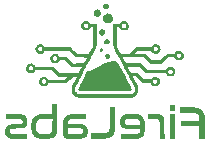
<source format=gbr>
%TF.GenerationSoftware,KiCad,Pcbnew,9.0.4*%
%TF.CreationDate,2025-09-14T05:25:08-04:00*%
%TF.ProjectId,HabitatCAN Dev Board (ESP32),48616269-7461-4744-9341-4e2044657620,3*%
%TF.SameCoordinates,Original*%
%TF.FileFunction,Legend,Bot*%
%TF.FilePolarity,Positive*%
%FSLAX46Y46*%
G04 Gerber Fmt 4.6, Leading zero omitted, Abs format (unit mm)*
G04 Created by KiCad (PCBNEW 9.0.4) date 2025-09-14 05:25:08*
%MOMM*%
%LPD*%
G01*
G04 APERTURE LIST*
%ADD10C,0.000000*%
G04 APERTURE END LIST*
D10*
%TO.C,G\u002A\u002A\u002A*%
G36*
X140329297Y-110805019D02*
G01*
X140329297Y-111048942D01*
X140121363Y-111048942D01*
X139913428Y-111048942D01*
X139913428Y-110805019D01*
X139913428Y-110561096D01*
X140121363Y-110561096D01*
X140329297Y-110561096D01*
X140329297Y-110805019D01*
G37*
G36*
X140329297Y-112376524D02*
G01*
X140329297Y-113408199D01*
X140121363Y-113408199D01*
X139913428Y-113408199D01*
X139913428Y-112376524D01*
X139913428Y-111344849D01*
X140121363Y-111344849D01*
X140329297Y-111344849D01*
X140329297Y-112376524D01*
G37*
G36*
X134091193Y-105764921D02*
G01*
X134136666Y-105779289D01*
X134169266Y-105800305D01*
X134195040Y-105832046D01*
X134211931Y-105875416D01*
X134216143Y-105909155D01*
X134208968Y-105952451D01*
X134189209Y-105992098D01*
X134158694Y-106024712D01*
X134119253Y-106046908D01*
X134074080Y-106055955D01*
X134030373Y-106050817D01*
X133991121Y-106032952D01*
X133958819Y-106004000D01*
X133935964Y-105965598D01*
X133925050Y-105919385D01*
X133925037Y-105919230D01*
X133928257Y-105872673D01*
X133944404Y-105832373D01*
X133971127Y-105799889D01*
X134006068Y-105776780D01*
X134046875Y-105764604D01*
X134091193Y-105764921D01*
G37*
G36*
X134590597Y-104977847D02*
G01*
X134641954Y-104997614D01*
X134689940Y-105031338D01*
X134726917Y-105073455D01*
X134752182Y-105122545D01*
X134764407Y-105174638D01*
X134764149Y-105227442D01*
X134751965Y-105278663D01*
X134728411Y-105326008D01*
X134694045Y-105367185D01*
X134649424Y-105399900D01*
X134595103Y-105421861D01*
X134576598Y-105426735D01*
X134551641Y-105432111D01*
X134531625Y-105433171D01*
X134509841Y-105429953D01*
X134479577Y-105422492D01*
X134470219Y-105419872D01*
X134414672Y-105395538D01*
X134369449Y-105359707D01*
X134335702Y-105313876D01*
X134314582Y-105259545D01*
X134307238Y-105198210D01*
X134311237Y-105154171D01*
X134328013Y-105101607D01*
X134355963Y-105056658D01*
X134393010Y-105020230D01*
X134437074Y-104993228D01*
X134486079Y-104976560D01*
X134537946Y-104971131D01*
X134590597Y-104977847D01*
G37*
G36*
X134702755Y-106230139D02*
G01*
X134748889Y-106255318D01*
X134786657Y-106291306D01*
X134814396Y-106336777D01*
X134830444Y-106390404D01*
X134833137Y-106450862D01*
X134830379Y-106474660D01*
X134814250Y-106529004D01*
X134785145Y-106574018D01*
X134743165Y-106609568D01*
X134688414Y-106635524D01*
X134670887Y-106641164D01*
X134633418Y-106648743D01*
X134597592Y-106647577D01*
X134555808Y-106637796D01*
X134531327Y-106628130D01*
X134489648Y-106601731D01*
X134452682Y-106566662D01*
X134425595Y-106527305D01*
X134420040Y-106515163D01*
X134407087Y-106465981D01*
X134405404Y-106412814D01*
X134415371Y-106361782D01*
X134417558Y-106355643D01*
X134440047Y-106313633D01*
X134472501Y-106275328D01*
X134510873Y-106244775D01*
X134551117Y-106226023D01*
X134592041Y-106217509D01*
X134649918Y-106217094D01*
X134702755Y-106230139D01*
G37*
G36*
X134515685Y-101979669D02*
G01*
X134572353Y-101997423D01*
X134575875Y-101999072D01*
X134627813Y-102031974D01*
X134668321Y-102074343D01*
X134696730Y-102123912D01*
X134712372Y-102178419D01*
X134714579Y-102235597D01*
X134702684Y-102293182D01*
X134676019Y-102348910D01*
X134653709Y-102378672D01*
X134608705Y-102417640D01*
X134552457Y-102445334D01*
X134502168Y-102456840D01*
X134444927Y-102455940D01*
X134389400Y-102441537D01*
X134338352Y-102414742D01*
X134294553Y-102376663D01*
X134260768Y-102328409D01*
X134257868Y-102322803D01*
X134248231Y-102301094D01*
X134242607Y-102279609D01*
X134239970Y-102252952D01*
X134239289Y-102215724D01*
X134239371Y-102196584D01*
X134240608Y-102166045D01*
X134244196Y-102143531D01*
X134251239Y-102123672D01*
X134262839Y-102101099D01*
X134266639Y-102094484D01*
X134303365Y-102047228D01*
X134349185Y-102011263D01*
X134401548Y-101987445D01*
X134457899Y-101976628D01*
X134515685Y-101979669D01*
G37*
G36*
X134172633Y-104147376D02*
G01*
X134233549Y-104166706D01*
X134246212Y-104172862D01*
X134298627Y-104208297D01*
X134340703Y-104253702D01*
X134371333Y-104306704D01*
X134389406Y-104364929D01*
X134393815Y-104426004D01*
X134383450Y-104487557D01*
X134362064Y-104541271D01*
X134327565Y-104591558D01*
X134281025Y-104632107D01*
X134221379Y-104664075D01*
X134200192Y-104672328D01*
X134175163Y-104678911D01*
X134147764Y-104681308D01*
X134111255Y-104680528D01*
X134076268Y-104677182D01*
X134013978Y-104660790D01*
X133960889Y-104631332D01*
X133916838Y-104588704D01*
X133881664Y-104532801D01*
X133876587Y-104522346D01*
X133865243Y-104496109D01*
X133858930Y-104473100D01*
X133856298Y-104446921D01*
X133855995Y-104411175D01*
X133859765Y-104357002D01*
X133871595Y-104310807D01*
X133893418Y-104269497D01*
X133927185Y-104228055D01*
X133940325Y-104214932D01*
X133991627Y-104177327D01*
X134049136Y-104153194D01*
X134110317Y-104143041D01*
X134172633Y-104147376D01*
G37*
G36*
X134718183Y-102822123D02*
G01*
X134790492Y-102846238D01*
X134858088Y-102883712D01*
X134918909Y-102934486D01*
X134937220Y-102954126D01*
X134984211Y-103018539D01*
X135017265Y-103087498D01*
X135036785Y-103159294D01*
X135043176Y-103232218D01*
X135036842Y-103304561D01*
X135018187Y-103374613D01*
X134987616Y-103440667D01*
X134945532Y-103501012D01*
X134892341Y-103553940D01*
X134828445Y-103597742D01*
X134754249Y-103630708D01*
X134740626Y-103635066D01*
X134663709Y-103650003D01*
X134584362Y-103650077D01*
X134505042Y-103635473D01*
X134428203Y-103606372D01*
X134415303Y-103599378D01*
X134378680Y-103573823D01*
X134339669Y-103540220D01*
X134302344Y-103502557D01*
X134270778Y-103464821D01*
X134249046Y-103431000D01*
X134218871Y-103355668D01*
X134202920Y-103276687D01*
X134201954Y-103197857D01*
X134215665Y-103120879D01*
X134243744Y-103047457D01*
X134285885Y-102979293D01*
X134341779Y-102918091D01*
X134358092Y-102903980D01*
X134423045Y-102860423D01*
X134493592Y-102830517D01*
X134567671Y-102814204D01*
X134643222Y-102811426D01*
X134718183Y-102822123D01*
G37*
G36*
X133769716Y-102463296D02*
G01*
X133832444Y-102477710D01*
X133889359Y-102505627D01*
X133943272Y-102548293D01*
X133984033Y-102595092D01*
X134015877Y-102651994D01*
X134034379Y-102712501D01*
X134039978Y-102774627D01*
X134033116Y-102836384D01*
X134014236Y-102895788D01*
X133983777Y-102950850D01*
X133942181Y-102999584D01*
X133889890Y-103040005D01*
X133827345Y-103070126D01*
X133800476Y-103077126D01*
X133763715Y-103080876D01*
X133715114Y-103081054D01*
X133709250Y-103080888D01*
X133671246Y-103078938D01*
X133643047Y-103075055D01*
X133619183Y-103068156D01*
X133594183Y-103057162D01*
X133581287Y-103050584D01*
X133525496Y-103013662D01*
X133481217Y-102967531D01*
X133445644Y-102909398D01*
X133432114Y-102881140D01*
X133422946Y-102857698D01*
X133417970Y-102835522D01*
X133415927Y-102808862D01*
X133415557Y-102771964D01*
X133415631Y-102757419D01*
X133416812Y-102722760D01*
X133420190Y-102696766D01*
X133426736Y-102673969D01*
X133437422Y-102648901D01*
X133454588Y-102616095D01*
X133496912Y-102558091D01*
X133548076Y-102513135D01*
X133607304Y-102481699D01*
X133673820Y-102464252D01*
X133746849Y-102461266D01*
X133769716Y-102463296D01*
G37*
G36*
X138531773Y-111344860D02*
G01*
X138633348Y-111344999D01*
X138720918Y-111345377D01*
X138795852Y-111346095D01*
X138859518Y-111347253D01*
X138913286Y-111348952D01*
X138958526Y-111351293D01*
X138996607Y-111354376D01*
X139028898Y-111358301D01*
X139056769Y-111363169D01*
X139081588Y-111369081D01*
X139104725Y-111376136D01*
X139127550Y-111384437D01*
X139151431Y-111394083D01*
X139174524Y-111404691D01*
X139237870Y-111445069D01*
X139292971Y-111497476D01*
X139337740Y-111559669D01*
X139370093Y-111629405D01*
X139372575Y-111636480D01*
X139378988Y-111654824D01*
X139384673Y-111671872D01*
X139389677Y-111688643D01*
X139394048Y-111706154D01*
X139397833Y-111725420D01*
X139401080Y-111747460D01*
X139403836Y-111773290D01*
X139406148Y-111803927D01*
X139408064Y-111840389D01*
X139409633Y-111883692D01*
X139410900Y-111934854D01*
X139411913Y-111994891D01*
X139412721Y-112064821D01*
X139413370Y-112145660D01*
X139413908Y-112238426D01*
X139414383Y-112344136D01*
X139414841Y-112463806D01*
X139415331Y-112598454D01*
X139418294Y-113408199D01*
X139210203Y-113408199D01*
X139002113Y-113408199D01*
X138999728Y-112662434D01*
X138999362Y-112554309D01*
X138998902Y-112437990D01*
X138998405Y-112335938D01*
X138997855Y-112247206D01*
X138997235Y-112170850D01*
X138996526Y-112105925D01*
X138995713Y-112051486D01*
X138994777Y-112006590D01*
X138993703Y-111970290D01*
X138992472Y-111941643D01*
X138991068Y-111919703D01*
X138989473Y-111903525D01*
X138987671Y-111892166D01*
X138985644Y-111884679D01*
X138975045Y-111864182D01*
X138956178Y-111837289D01*
X138933847Y-111811455D01*
X138929803Y-111807296D01*
X138916394Y-111793816D01*
X138903616Y-111782426D01*
X138890084Y-111772949D01*
X138874411Y-111765211D01*
X138855213Y-111759034D01*
X138831104Y-111754243D01*
X138800698Y-111750661D01*
X138762611Y-111748114D01*
X138715455Y-111746424D01*
X138657847Y-111745416D01*
X138588401Y-111744914D01*
X138505730Y-111744741D01*
X138408450Y-111744723D01*
X138010028Y-111744723D01*
X138010028Y-111544786D01*
X138010028Y-111344849D01*
X138480831Y-111344849D01*
X138531773Y-111344860D01*
G37*
G36*
X141370846Y-110769187D02*
G01*
X141484933Y-110769252D01*
X141593441Y-110769436D01*
X141688339Y-110769794D01*
X141770863Y-110770383D01*
X141842250Y-110771263D01*
X141903734Y-110772489D01*
X141956554Y-110774121D01*
X142001944Y-110776216D01*
X142041141Y-110778833D01*
X142075381Y-110782028D01*
X142105901Y-110785859D01*
X142133936Y-110790386D01*
X142160723Y-110795664D01*
X142187498Y-110801753D01*
X142215497Y-110808710D01*
X142286736Y-110829506D01*
X142394082Y-110872443D01*
X142489830Y-110926393D01*
X142573970Y-110991347D01*
X142646494Y-111067294D01*
X142707391Y-111154224D01*
X142756654Y-111252126D01*
X142794271Y-111360990D01*
X142820235Y-111480806D01*
X142821343Y-111488264D01*
X142823132Y-111503456D01*
X142824724Y-111522048D01*
X142826130Y-111544940D01*
X142827361Y-111573031D01*
X142828427Y-111607222D01*
X142829340Y-111648411D01*
X142830111Y-111697498D01*
X142830750Y-111755384D01*
X142831270Y-111822967D01*
X142831680Y-111901147D01*
X142831992Y-111990823D01*
X142832216Y-112092897D01*
X142832365Y-112208266D01*
X142832448Y-112337831D01*
X142832476Y-112482491D01*
X142832509Y-113408199D01*
X142604580Y-113408199D01*
X142376652Y-113408199D01*
X142376652Y-112888402D01*
X142376652Y-112368604D01*
X141578903Y-112366566D01*
X140781155Y-112364528D01*
X140779027Y-112146597D01*
X140776899Y-111928665D01*
X141577743Y-111928665D01*
X142378587Y-111928665D01*
X142374552Y-111754720D01*
X142374549Y-111754570D01*
X142372551Y-111686251D01*
X142369984Y-111631946D01*
X142366693Y-111589682D01*
X142362525Y-111557487D01*
X142357327Y-111533389D01*
X142349134Y-111507103D01*
X142317292Y-111437653D01*
X142273207Y-111378056D01*
X142216600Y-111328045D01*
X142147188Y-111287355D01*
X142064694Y-111255719D01*
X142062676Y-111255104D01*
X142051565Y-111251813D01*
X142040575Y-111248949D01*
X142028554Y-111246473D01*
X142014353Y-111244347D01*
X141996820Y-111242533D01*
X141974803Y-111240994D01*
X141947152Y-111239690D01*
X141912715Y-111238583D01*
X141870341Y-111237636D01*
X141818879Y-111236810D01*
X141757179Y-111236067D01*
X141684088Y-111235369D01*
X141598456Y-111234677D01*
X141499132Y-111233954D01*
X141384965Y-111233160D01*
X140765160Y-111228886D01*
X140763038Y-110998958D01*
X140760916Y-110769030D01*
X141370846Y-110769187D01*
G37*
G36*
X135232701Y-111714733D02*
G01*
X135232461Y-111795008D01*
X135232047Y-111929521D01*
X135231648Y-112049462D01*
X135231247Y-112155748D01*
X135230826Y-112249301D01*
X135230367Y-112331037D01*
X135229852Y-112401876D01*
X135229263Y-112462737D01*
X135228582Y-112514538D01*
X135227791Y-112558199D01*
X135226872Y-112594637D01*
X135225808Y-112624773D01*
X135224580Y-112649524D01*
X135223171Y-112669809D01*
X135221562Y-112686548D01*
X135219736Y-112700659D01*
X135217675Y-112713060D01*
X135215361Y-112724671D01*
X135212775Y-112736411D01*
X135208571Y-112754966D01*
X135198152Y-112799145D01*
X135189002Y-112833873D01*
X135179732Y-112863764D01*
X135168954Y-112893434D01*
X135155278Y-112927498D01*
X135145928Y-112948921D01*
X135101265Y-113030443D01*
X135044855Y-113108417D01*
X134979954Y-113178735D01*
X134909816Y-113237289D01*
X134873714Y-113261264D01*
X134789079Y-113306432D01*
X134693623Y-113344584D01*
X134590192Y-113374668D01*
X134481630Y-113395631D01*
X134469888Y-113397104D01*
X134446935Y-113399116D01*
X134416980Y-113400862D01*
X134379023Y-113402359D01*
X134332066Y-113403626D01*
X134275108Y-113404678D01*
X134207151Y-113405534D01*
X134127196Y-113406211D01*
X134034244Y-113406726D01*
X133927296Y-113407097D01*
X133805352Y-113407340D01*
X133203541Y-113408199D01*
X133203541Y-113180271D01*
X133203541Y-112952343D01*
X133713381Y-112952213D01*
X133804004Y-112952138D01*
X133912788Y-112951854D01*
X134007728Y-112951309D01*
X134090056Y-112950452D01*
X134161004Y-112949229D01*
X134221806Y-112947587D01*
X134273693Y-112945475D01*
X134317899Y-112942838D01*
X134355655Y-112939625D01*
X134388196Y-112935783D01*
X134416752Y-112931258D01*
X134442558Y-112925998D01*
X134466844Y-112919950D01*
X134508574Y-112906512D01*
X134577286Y-112873919D01*
X134637546Y-112831540D01*
X134687059Y-112781122D01*
X134723530Y-112724415D01*
X134726685Y-112718028D01*
X134733427Y-112704254D01*
X134739444Y-112691090D01*
X134744778Y-112677614D01*
X134749470Y-112662903D01*
X134753561Y-112646034D01*
X134757093Y-112626086D01*
X134760107Y-112602135D01*
X134762644Y-112573259D01*
X134764746Y-112538536D01*
X134766454Y-112497043D01*
X134767809Y-112447858D01*
X134768852Y-112390057D01*
X134769626Y-112322720D01*
X134770170Y-112244922D01*
X134770528Y-112155742D01*
X134770739Y-112054257D01*
X134770845Y-111939545D01*
X134770888Y-111810683D01*
X134770909Y-111666748D01*
X134771048Y-110769030D01*
X135003283Y-110769030D01*
X135235518Y-110769030D01*
X135232701Y-111714733D01*
G37*
G36*
X135140721Y-106857918D02*
G01*
X135202703Y-106860678D01*
X135263394Y-106866079D01*
X135328369Y-106874637D01*
X135403205Y-106886867D01*
X135431552Y-106891812D01*
X136030266Y-108015550D01*
X136038824Y-108031614D01*
X136117786Y-108179801D01*
X136189609Y-108314604D01*
X136254618Y-108436698D01*
X136313142Y-108546757D01*
X136365505Y-108645456D01*
X136412035Y-108733471D01*
X136453057Y-108811475D01*
X136488898Y-108880143D01*
X136519885Y-108940150D01*
X136546343Y-108992171D01*
X136568598Y-109036881D01*
X136586979Y-109074953D01*
X136601809Y-109107063D01*
X136613417Y-109133886D01*
X136622127Y-109156096D01*
X136628268Y-109174368D01*
X136632164Y-109189376D01*
X136634142Y-109201795D01*
X136634529Y-109212301D01*
X136633651Y-109221567D01*
X136631833Y-109230268D01*
X136629404Y-109239079D01*
X136626688Y-109248675D01*
X136626404Y-109249704D01*
X136610325Y-109284216D01*
X136583853Y-109318387D01*
X136551680Y-109347151D01*
X136518497Y-109365444D01*
X136515855Y-109366161D01*
X136508626Y-109367297D01*
X136497416Y-109368351D01*
X136481677Y-109369327D01*
X136460865Y-109370227D01*
X136434434Y-109371056D01*
X136401836Y-109371815D01*
X136362527Y-109372507D01*
X136315959Y-109373136D01*
X136261588Y-109373705D01*
X136198866Y-109374216D01*
X136127249Y-109374672D01*
X136046189Y-109375076D01*
X135955141Y-109375431D01*
X135853559Y-109375741D01*
X135740896Y-109376007D01*
X135616607Y-109376234D01*
X135480145Y-109376423D01*
X135330965Y-109376578D01*
X135168520Y-109376702D01*
X134992264Y-109376797D01*
X134801652Y-109376867D01*
X134596136Y-109376914D01*
X134375172Y-109376942D01*
X134164650Y-109376957D01*
X133962125Y-109376962D01*
X133774462Y-109376953D01*
X133601086Y-109376927D01*
X133441420Y-109376880D01*
X133294888Y-109376806D01*
X133160914Y-109376704D01*
X133038924Y-109376568D01*
X132928340Y-109376396D01*
X132828587Y-109376182D01*
X132739089Y-109375924D01*
X132659269Y-109375617D01*
X132588553Y-109375257D01*
X132526364Y-109374842D01*
X132472127Y-109374366D01*
X132425265Y-109373826D01*
X132385202Y-109373218D01*
X132351363Y-109372538D01*
X132323171Y-109371782D01*
X132300052Y-109370947D01*
X132281428Y-109370028D01*
X132266724Y-109369022D01*
X132255364Y-109367925D01*
X132246772Y-109366733D01*
X132240373Y-109365442D01*
X132235590Y-109364049D01*
X132231847Y-109362548D01*
X132209452Y-109349500D01*
X132176799Y-109321371D01*
X132149297Y-109287613D01*
X132131928Y-109253657D01*
X132130474Y-109249292D01*
X132126793Y-109238041D01*
X132123925Y-109227328D01*
X132122264Y-109216292D01*
X132122203Y-109204069D01*
X132124134Y-109189796D01*
X132128452Y-109172611D01*
X132135549Y-109151650D01*
X132145819Y-109126052D01*
X132159655Y-109094953D01*
X132177450Y-109057491D01*
X132199597Y-109012802D01*
X132226490Y-108960025D01*
X132258522Y-108898295D01*
X132296086Y-108826751D01*
X132339575Y-108744529D01*
X132389383Y-108650768D01*
X132445902Y-108544603D01*
X132509527Y-108425173D01*
X132890013Y-107710922D01*
X133011955Y-107680635D01*
X133048819Y-107671227D01*
X133252600Y-107609959D01*
X133450702Y-107534607D01*
X133641533Y-107445831D01*
X133823501Y-107344290D01*
X133851683Y-107326736D01*
X133890866Y-107301682D01*
X133936259Y-107272192D01*
X133984264Y-107240604D01*
X134031281Y-107209258D01*
X134034888Y-107206838D01*
X134186385Y-107112271D01*
X134335765Y-107033090D01*
X134483944Y-106968989D01*
X134631836Y-106919663D01*
X134780357Y-106884805D01*
X134930423Y-106864107D01*
X135082949Y-106857265D01*
X135140721Y-106857918D01*
G37*
G36*
X130348230Y-111784836D02*
G01*
X130347945Y-111934714D01*
X130347534Y-112072026D01*
X130346998Y-112196391D01*
X130346340Y-112307428D01*
X130345563Y-112404756D01*
X130344671Y-112487995D01*
X130343665Y-112556763D01*
X130342548Y-112610678D01*
X130341324Y-112649362D01*
X130339995Y-112672431D01*
X130332942Y-112735668D01*
X130310940Y-112857640D01*
X130278925Y-112967197D01*
X130236813Y-113064446D01*
X130184520Y-113149493D01*
X130121962Y-113222444D01*
X130049053Y-113283407D01*
X129965709Y-113332488D01*
X129871847Y-113369793D01*
X129767381Y-113395429D01*
X129750266Y-113397492D01*
X129716508Y-113399770D01*
X129670402Y-113401788D01*
X129613946Y-113403537D01*
X129549141Y-113405007D01*
X129477985Y-113406187D01*
X129402478Y-113407069D01*
X129324617Y-113407642D01*
X129246402Y-113407896D01*
X129169833Y-113407822D01*
X129096908Y-113407409D01*
X129029626Y-113406648D01*
X128969986Y-113405528D01*
X128919987Y-113404041D01*
X128881629Y-113402176D01*
X128856910Y-113399923D01*
X128745675Y-113377899D01*
X128637264Y-113342366D01*
X128538726Y-113294336D01*
X128450154Y-113233854D01*
X128371643Y-113160968D01*
X128347857Y-113134124D01*
X128285411Y-113048980D01*
X128233299Y-112953377D01*
X128191252Y-112846667D01*
X128158999Y-112728204D01*
X128136271Y-112597342D01*
X128131605Y-112550690D01*
X128128166Y-112487774D01*
X128126586Y-112417568D01*
X128126708Y-112376524D01*
X128545929Y-112376524D01*
X128545957Y-112401223D01*
X128546386Y-112457358D01*
X128547499Y-112501912D01*
X128549516Y-112538091D01*
X128552658Y-112569102D01*
X128557144Y-112598151D01*
X128563194Y-112628445D01*
X128567339Y-112646641D01*
X128594377Y-112733656D01*
X128630884Y-112808020D01*
X128677326Y-112870263D01*
X128734167Y-112920911D01*
X128801872Y-112960491D01*
X128880903Y-112989532D01*
X128892564Y-112992462D01*
X128909309Y-112995517D01*
X128930170Y-112998000D01*
X128956843Y-112999985D01*
X128991025Y-113001546D01*
X129034414Y-113002756D01*
X129088707Y-113003690D01*
X129155600Y-113004421D01*
X129236791Y-113005024D01*
X129244276Y-113005069D01*
X129314405Y-113005309D01*
X129380763Y-113005214D01*
X129441312Y-113004812D01*
X129494016Y-113004127D01*
X129536836Y-113003186D01*
X129567737Y-113002014D01*
X129584681Y-113000637D01*
X129592574Y-112999344D01*
X129671814Y-112980611D01*
X129738595Y-112952944D01*
X129794174Y-112915512D01*
X129839812Y-112867487D01*
X129876767Y-112808036D01*
X129882041Y-112797518D01*
X129891411Y-112777972D01*
X129899391Y-112759098D01*
X129906104Y-112739507D01*
X129911672Y-112717809D01*
X129916217Y-112692616D01*
X129919861Y-112662538D01*
X129922727Y-112626188D01*
X129924938Y-112582176D01*
X129926614Y-112529113D01*
X129927879Y-112465611D01*
X129928855Y-112390281D01*
X129929665Y-112301734D01*
X129930429Y-112198580D01*
X129933634Y-111744723D01*
X129447256Y-111744862D01*
X129437124Y-111744865D01*
X129331369Y-111744932D01*
X129240149Y-111745134D01*
X129162122Y-111745576D01*
X129095946Y-111746363D01*
X129040281Y-111747600D01*
X128993784Y-111749393D01*
X128955115Y-111751847D01*
X128922932Y-111755068D01*
X128895893Y-111759160D01*
X128872658Y-111764229D01*
X128851884Y-111770380D01*
X128832230Y-111777719D01*
X128812355Y-111786351D01*
X128790918Y-111796380D01*
X128787341Y-111798103D01*
X128723669Y-111837960D01*
X128669282Y-111890736D01*
X128624316Y-111956233D01*
X128588907Y-112034255D01*
X128563194Y-112124604D01*
X128560727Y-112136316D01*
X128555290Y-112165767D01*
X128551334Y-112195177D01*
X128548639Y-112227750D01*
X128546987Y-112266695D01*
X128546157Y-112315218D01*
X128545929Y-112376524D01*
X128126708Y-112376524D01*
X128126804Y-112343941D01*
X128128756Y-112270763D01*
X128132381Y-112201903D01*
X128137616Y-112141230D01*
X128144399Y-112092614D01*
X128159186Y-112021432D01*
X128194582Y-111898289D01*
X128240194Y-111787441D01*
X128296014Y-111688894D01*
X128362035Y-111602657D01*
X128438249Y-111528739D01*
X128524648Y-111467145D01*
X128621225Y-111417886D01*
X128727972Y-111380969D01*
X128844881Y-111356402D01*
X128847489Y-111356019D01*
X128867891Y-111353593D01*
X128893408Y-111351522D01*
X128925248Y-111349784D01*
X128964620Y-111348353D01*
X129012734Y-111347206D01*
X129070798Y-111346320D01*
X129140020Y-111345669D01*
X129221611Y-111345231D01*
X129316778Y-111344982D01*
X129426731Y-111344896D01*
X129932572Y-111344849D01*
X129932572Y-110896990D01*
X129932572Y-110449131D01*
X130140506Y-110449131D01*
X130348441Y-110449131D01*
X130348413Y-111514796D01*
X130348384Y-111622773D01*
X130348268Y-111744723D01*
X130348230Y-111784836D01*
G37*
G36*
X126619615Y-111344896D02*
G01*
X126670642Y-111344904D01*
X126792387Y-111344997D01*
X126899744Y-111345270D01*
X126993872Y-111345823D01*
X127075931Y-111346755D01*
X127147081Y-111348165D01*
X127208480Y-111350151D01*
X127261289Y-111352812D01*
X127306667Y-111356248D01*
X127345774Y-111360556D01*
X127379769Y-111365836D01*
X127409811Y-111372187D01*
X127437061Y-111379707D01*
X127462678Y-111388495D01*
X127487821Y-111398651D01*
X127513650Y-111410272D01*
X127541325Y-111423459D01*
X127571785Y-111440292D01*
X127624338Y-111478304D01*
X127673791Y-111524413D01*
X127716017Y-111574579D01*
X127746889Y-111624761D01*
X127747076Y-111625143D01*
X127769135Y-111673834D01*
X127785512Y-111719241D01*
X127796953Y-111765195D01*
X127804202Y-111815528D01*
X127808005Y-111874073D01*
X127809107Y-111944660D01*
X127808876Y-111996453D01*
X127807946Y-112038078D01*
X127806009Y-112070493D01*
X127802757Y-112097157D01*
X127797881Y-112121529D01*
X127791073Y-112147071D01*
X127788254Y-112156609D01*
X127756508Y-112240962D01*
X127715453Y-112313331D01*
X127664050Y-112374767D01*
X127601259Y-112426318D01*
X127526042Y-112469032D01*
X127437358Y-112503958D01*
X127430103Y-112506313D01*
X127401426Y-112515036D01*
X127373030Y-112522437D01*
X127343287Y-112528651D01*
X127310569Y-112533814D01*
X127273249Y-112538062D01*
X127229699Y-112541531D01*
X127178292Y-112544355D01*
X127117400Y-112546670D01*
X127045395Y-112548612D01*
X126960651Y-112550317D01*
X126861539Y-112551919D01*
X126817199Y-112552603D01*
X126729389Y-112554129D01*
X126655940Y-112555691D01*
X126595724Y-112557336D01*
X126547613Y-112559109D01*
X126510481Y-112561055D01*
X126483197Y-112563220D01*
X126464635Y-112565650D01*
X126453667Y-112568390D01*
X126417715Y-112585263D01*
X126375805Y-112617097D01*
X126345012Y-112658782D01*
X126336036Y-112676031D01*
X126328606Y-112694833D01*
X126324383Y-112715316D01*
X126322462Y-112742247D01*
X126321936Y-112780397D01*
X126321954Y-112796189D01*
X126322927Y-112831313D01*
X126325849Y-112856919D01*
X126331464Y-112877757D01*
X126340522Y-112898577D01*
X126362341Y-112932812D01*
X126397930Y-112965114D01*
X126446219Y-112990119D01*
X126448585Y-112991023D01*
X126456366Y-112993464D01*
X126466213Y-112995598D01*
X126479195Y-112997450D01*
X126496385Y-112999047D01*
X126518855Y-113000414D01*
X126547675Y-113001576D01*
X126583917Y-113002559D01*
X126628653Y-113003389D01*
X126682955Y-113004091D01*
X126747894Y-113004690D01*
X126824542Y-113005213D01*
X126913970Y-113005685D01*
X127017250Y-113006132D01*
X127135453Y-113006579D01*
X127789247Y-113008942D01*
X127789247Y-113208866D01*
X127789247Y-113408790D01*
X127103463Y-113406363D01*
X126417679Y-113403936D01*
X126339913Y-113382589D01*
X126297380Y-113369667D01*
X126207160Y-113332313D01*
X126129206Y-113284723D01*
X126063427Y-113226810D01*
X126009733Y-113158484D01*
X125968033Y-113079657D01*
X125938237Y-112990240D01*
X125934525Y-112974915D01*
X125917527Y-112875876D01*
X125912249Y-112777687D01*
X125918425Y-112682612D01*
X125935790Y-112592910D01*
X125964079Y-112510845D01*
X126003024Y-112438677D01*
X126003744Y-112437598D01*
X126052937Y-112376937D01*
X126113354Y-112325748D01*
X126185984Y-112283335D01*
X126271816Y-112249001D01*
X126297650Y-112240721D01*
X126324119Y-112233002D01*
X126350401Y-112226515D01*
X126378116Y-112221123D01*
X126408880Y-112216694D01*
X126444312Y-112213093D01*
X126486030Y-112210184D01*
X126535652Y-112207835D01*
X126594797Y-112205909D01*
X126665081Y-112204274D01*
X126748124Y-112202794D01*
X126845544Y-112201335D01*
X126918882Y-112200282D01*
X126997034Y-112199092D01*
X127061838Y-112197967D01*
X127114765Y-112196828D01*
X127157281Y-112195596D01*
X127190857Y-112194194D01*
X127216960Y-112192543D01*
X127237058Y-112190564D01*
X127252621Y-112188180D01*
X127265118Y-112185312D01*
X127276015Y-112181881D01*
X127286783Y-112177811D01*
X127304734Y-112169699D01*
X127346760Y-112141143D01*
X127378755Y-112104596D01*
X127397797Y-112063076D01*
X127398808Y-112058838D01*
X127402523Y-112031192D01*
X127404344Y-111994980D01*
X127403926Y-111956261D01*
X127403724Y-111951765D01*
X127401242Y-111915247D01*
X127397002Y-111888909D01*
X127389786Y-111867476D01*
X127378375Y-111845675D01*
X127374274Y-111839055D01*
X127340344Y-111800735D01*
X127295784Y-111771285D01*
X127244237Y-111753215D01*
X127236525Y-111752145D01*
X127210504Y-111750428D01*
X127168813Y-111748931D01*
X127111661Y-111747656D01*
X127039254Y-111746608D01*
X126951800Y-111745787D01*
X126849506Y-111745198D01*
X126732579Y-111744842D01*
X126601227Y-111744723D01*
X125997811Y-111744723D01*
X125997811Y-111544786D01*
X125997811Y-111344849D01*
X126619615Y-111344896D01*
G37*
G36*
X132928456Y-112767776D02*
G01*
X132924554Y-112864163D01*
X132910550Y-112957774D01*
X132887019Y-113044991D01*
X132854537Y-113122199D01*
X132851209Y-113128452D01*
X132813861Y-113184658D01*
X132765854Y-113238512D01*
X132711650Y-113285544D01*
X132655714Y-113321285D01*
X132611628Y-113342493D01*
X132563370Y-113361483D01*
X132511368Y-113377120D01*
X132451539Y-113390614D01*
X132379801Y-113403177D01*
X132378443Y-113403307D01*
X132363518Y-113403776D01*
X132334184Y-113404191D01*
X132291700Y-113404547D01*
X132237328Y-113404841D01*
X132172327Y-113405069D01*
X132097958Y-113405227D01*
X132015481Y-113405312D01*
X131926156Y-113405319D01*
X131831244Y-113405246D01*
X131732005Y-113405088D01*
X131708298Y-113405041D01*
X131595664Y-113404788D01*
X131497694Y-113404507D01*
X131413274Y-113404169D01*
X131341289Y-113403749D01*
X131280624Y-113403221D01*
X131230167Y-113402559D01*
X131188801Y-113401736D01*
X131155413Y-113400725D01*
X131128889Y-113399501D01*
X131108113Y-113398038D01*
X131091973Y-113396309D01*
X131079353Y-113394287D01*
X131069139Y-113391948D01*
X131060216Y-113389263D01*
X131009927Y-113369906D01*
X130958330Y-113340892D01*
X130918584Y-113305068D01*
X130888548Y-113260400D01*
X130866080Y-113204854D01*
X130864659Y-113200322D01*
X130861601Y-113190098D01*
X130858950Y-113179673D01*
X130856676Y-113167917D01*
X130854751Y-113153703D01*
X130853145Y-113135903D01*
X130851830Y-113113388D01*
X130850776Y-113085031D01*
X130849955Y-113049704D01*
X130849338Y-113006278D01*
X130848895Y-112953625D01*
X130848597Y-112890618D01*
X130848416Y-112816128D01*
X130848323Y-112729027D01*
X130848288Y-112628188D01*
X130848283Y-112512481D01*
X130848283Y-112511748D01*
X131252156Y-112511748D01*
X131252156Y-112730266D01*
X131252167Y-112765558D01*
X131252391Y-112827459D01*
X131253184Y-112876069D01*
X131254906Y-112913208D01*
X131257918Y-112940699D01*
X131262580Y-112960363D01*
X131269252Y-112974021D01*
X131278294Y-112983494D01*
X131290066Y-112990605D01*
X131304928Y-112997174D01*
X131309557Y-112998714D01*
X131320649Y-113000877D01*
X131337300Y-113002694D01*
X131360667Y-113004189D01*
X131391910Y-113005386D01*
X131432190Y-113006309D01*
X131482666Y-113006982D01*
X131544498Y-113007429D01*
X131618845Y-113007674D01*
X131706867Y-113007741D01*
X131809723Y-113007655D01*
X131842437Y-113007606D01*
X131943429Y-113007386D01*
X132030100Y-113007023D01*
X132103741Y-113006434D01*
X132165644Y-113005542D01*
X132217102Y-113004266D01*
X132259408Y-113002525D01*
X132293851Y-113000239D01*
X132321727Y-112997330D01*
X132344325Y-112993716D01*
X132362938Y-112989318D01*
X132378859Y-112984055D01*
X132393380Y-112977848D01*
X132407792Y-112970616D01*
X132429885Y-112957479D01*
X132469617Y-112922238D01*
X132497491Y-112877572D01*
X132513969Y-112822591D01*
X132519518Y-112756405D01*
X132519516Y-112744278D01*
X132518518Y-112710578D01*
X132515146Y-112685439D01*
X132508303Y-112663115D01*
X132496891Y-112637859D01*
X132493582Y-112631366D01*
X132462938Y-112587834D01*
X132421879Y-112554788D01*
X132368495Y-112530632D01*
X132363274Y-112529006D01*
X132352864Y-112526494D01*
X132339661Y-112524328D01*
X132322465Y-112522477D01*
X132300076Y-112520905D01*
X132271294Y-112519579D01*
X132234918Y-112518466D01*
X132189748Y-112517530D01*
X132134584Y-112516740D01*
X132068227Y-112516061D01*
X131989475Y-112515458D01*
X131897128Y-112514899D01*
X131789987Y-112514350D01*
X131252156Y-112511748D01*
X130848283Y-112511748D01*
X130848284Y-112469015D01*
X130848298Y-112358757D01*
X130848354Y-112262932D01*
X130848481Y-112180395D01*
X130848708Y-112109998D01*
X130849065Y-112050593D01*
X130849580Y-112001033D01*
X130850283Y-111960170D01*
X130851203Y-111926858D01*
X130852369Y-111899949D01*
X130853810Y-111878295D01*
X130855556Y-111860750D01*
X130857635Y-111846165D01*
X130860077Y-111833394D01*
X130862910Y-111821289D01*
X130866164Y-111808703D01*
X130870449Y-111793730D01*
X130884824Y-111751549D01*
X130902786Y-111706074D01*
X130921440Y-111664845D01*
X130938720Y-111632551D01*
X130989149Y-111560619D01*
X131051327Y-111498768D01*
X131125632Y-111446713D01*
X131212443Y-111404170D01*
X131312137Y-111370854D01*
X131392112Y-111349180D01*
X132097890Y-111346689D01*
X132803667Y-111344197D01*
X132803667Y-111544242D01*
X132803667Y-111744287D01*
X132129880Y-111746504D01*
X131456092Y-111748722D01*
X131404055Y-111773383D01*
X131395122Y-111777737D01*
X131346046Y-111807916D01*
X131308279Y-111844667D01*
X131277918Y-111891651D01*
X131274671Y-111897931D01*
X131267337Y-111913787D01*
X131262150Y-111929743D01*
X131258646Y-111948979D01*
X131256362Y-111974672D01*
X131254831Y-112010001D01*
X131253590Y-112058146D01*
X131250768Y-112183629D01*
X131829280Y-112186683D01*
X131934713Y-112187255D01*
X132031222Y-112187834D01*
X132114131Y-112188424D01*
X132184669Y-112189063D01*
X132244063Y-112189788D01*
X132293541Y-112190636D01*
X132334332Y-112191644D01*
X132367663Y-112192849D01*
X132394762Y-112194288D01*
X132416858Y-112195998D01*
X132435179Y-112198016D01*
X132450952Y-112200379D01*
X132465407Y-112203124D01*
X132479769Y-112206288D01*
X132483316Y-112207110D01*
X132581859Y-112235359D01*
X132666677Y-112271314D01*
X132738420Y-112315677D01*
X132797731Y-112369149D01*
X132845259Y-112432432D01*
X132881648Y-112506228D01*
X132907547Y-112591239D01*
X132923601Y-112688167D01*
X132927763Y-112756405D01*
X132928456Y-112767776D01*
G37*
G36*
X137726107Y-112273827D02*
G01*
X137726117Y-112376524D01*
X137726114Y-112443412D01*
X137726078Y-112536650D01*
X137725968Y-112616044D01*
X137725742Y-112682912D01*
X137725360Y-112738568D01*
X137724779Y-112784331D01*
X137723959Y-112821516D01*
X137722857Y-112851440D01*
X137721433Y-112875419D01*
X137719646Y-112894771D01*
X137717453Y-112910812D01*
X137714814Y-112924857D01*
X137711687Y-112938224D01*
X137708031Y-112952230D01*
X137692526Y-113002919D01*
X137653470Y-113092876D01*
X137602650Y-113172109D01*
X137540340Y-113240387D01*
X137466810Y-113297481D01*
X137382330Y-113343159D01*
X137287174Y-113377192D01*
X137181610Y-113399349D01*
X137171946Y-113400129D01*
X137145869Y-113401162D01*
X137105982Y-113402158D01*
X137053543Y-113403106D01*
X136989807Y-113403990D01*
X136916031Y-113404797D01*
X136833471Y-113405516D01*
X136743383Y-113406131D01*
X136647025Y-113406629D01*
X136545653Y-113406998D01*
X136440522Y-113407224D01*
X135746740Y-113408199D01*
X135746740Y-113208262D01*
X135746740Y-113008325D01*
X136404533Y-113008186D01*
X136423652Y-113008182D01*
X136545927Y-113008128D01*
X136653431Y-113007990D01*
X136747233Y-113007710D01*
X136828402Y-113007230D01*
X136898007Y-113006492D01*
X136957117Y-113005440D01*
X137006800Y-113004014D01*
X137048125Y-113002158D01*
X137082161Y-112999813D01*
X137109977Y-112996923D01*
X137132641Y-112993428D01*
X137151222Y-112989271D01*
X137166789Y-112984395D01*
X137180410Y-112978742D01*
X137193155Y-112972253D01*
X137206092Y-112964872D01*
X137238014Y-112942104D01*
X137278671Y-112899198D01*
X137309062Y-112848782D01*
X137309993Y-112846696D01*
X137316628Y-112828783D01*
X137321403Y-112807937D01*
X137324737Y-112780893D01*
X137327048Y-112744387D01*
X137328755Y-112695151D01*
X137331950Y-112577916D01*
X136765274Y-112574131D01*
X136670621Y-112573483D01*
X136568032Y-112572695D01*
X136479107Y-112571841D01*
X136402564Y-112570842D01*
X136337119Y-112569619D01*
X136281487Y-112568093D01*
X136234386Y-112566184D01*
X136194532Y-112563815D01*
X136160642Y-112560906D01*
X136131432Y-112557377D01*
X136105618Y-112553150D01*
X136081917Y-112548147D01*
X136059046Y-112542287D01*
X136035720Y-112535492D01*
X136010657Y-112527683D01*
X135935206Y-112498787D01*
X135858568Y-112455791D01*
X135794017Y-112402474D01*
X135741163Y-112338436D01*
X135699614Y-112263274D01*
X135668979Y-112176587D01*
X135666321Y-112166180D01*
X135661623Y-112141923D01*
X135658329Y-112113362D01*
X135656236Y-112077576D01*
X135655141Y-112031646D01*
X135654983Y-112000440D01*
X136056738Y-112000440D01*
X136056787Y-112013500D01*
X136057916Y-112046947D01*
X136061376Y-112071854D01*
X136068265Y-112093883D01*
X136079683Y-112118698D01*
X136079754Y-112118840D01*
X136112361Y-112166724D01*
X136156795Y-112203869D01*
X136212947Y-112230185D01*
X136219883Y-112232319D01*
X136230528Y-112234821D01*
X136243904Y-112236971D01*
X136261217Y-112238804D01*
X136283672Y-112240355D01*
X136312476Y-112241657D01*
X136348835Y-112242745D01*
X136393954Y-112243654D01*
X136449038Y-112244417D01*
X136515294Y-112245070D01*
X136593928Y-112245645D01*
X136686146Y-112246179D01*
X136793152Y-112246704D01*
X137331723Y-112249203D01*
X137328845Y-112094932D01*
X137328159Y-112060922D01*
X137326866Y-112014205D01*
X137325174Y-111979234D01*
X137322803Y-111953331D01*
X137319474Y-111933820D01*
X137314907Y-111918025D01*
X137308823Y-111903268D01*
X137307174Y-111899751D01*
X137274151Y-111848231D01*
X137229356Y-111804430D01*
X137176270Y-111771798D01*
X137126306Y-111748722D01*
X136682446Y-111748722D01*
X136238585Y-111748722D01*
X136199038Y-111766956D01*
X136167787Y-111782775D01*
X136132128Y-111807423D01*
X136105044Y-111837275D01*
X136082164Y-111876425D01*
X136075796Y-111889637D01*
X136065641Y-111914053D01*
X136059887Y-111936719D01*
X136057323Y-111963546D01*
X136056738Y-112000440D01*
X135654983Y-112000440D01*
X135654842Y-111972651D01*
X135654879Y-111949624D01*
X135655298Y-111899405D01*
X135656400Y-111860752D01*
X135658455Y-111830466D01*
X135661736Y-111805349D01*
X135666513Y-111782201D01*
X135673057Y-111757826D01*
X135700679Y-111678665D01*
X135741073Y-111599676D01*
X135791484Y-111532628D01*
X135852697Y-111476678D01*
X135925494Y-111430984D01*
X136010657Y-111394706D01*
X136010761Y-111394669D01*
X136037047Y-111385627D01*
X136060981Y-111377861D01*
X136083974Y-111371272D01*
X136107438Y-111365765D01*
X136132784Y-111361243D01*
X136161423Y-111357607D01*
X136194767Y-111354763D01*
X136234226Y-111352612D01*
X136281212Y-111351058D01*
X136337137Y-111350004D01*
X136403412Y-111349353D01*
X136481447Y-111349008D01*
X136572655Y-111348872D01*
X136678447Y-111348848D01*
X136702277Y-111348848D01*
X136804494Y-111348876D01*
X136892444Y-111349030D01*
X136967548Y-111349417D01*
X137031229Y-111350145D01*
X137084909Y-111351321D01*
X137130013Y-111353053D01*
X137167961Y-111355448D01*
X137200177Y-111358615D01*
X137228084Y-111362659D01*
X137253104Y-111367690D01*
X137276660Y-111373814D01*
X137300174Y-111381139D01*
X137325070Y-111389772D01*
X137352769Y-111399822D01*
X137430704Y-111434849D01*
X137507960Y-111485568D01*
X137574850Y-111548122D01*
X137630845Y-111621913D01*
X137675415Y-111706344D01*
X137708031Y-111800818D01*
X137710412Y-111809842D01*
X137713728Y-111823290D01*
X137716541Y-111836935D01*
X137718892Y-111852093D01*
X137720823Y-111870080D01*
X137722376Y-111892213D01*
X137723590Y-111919809D01*
X137724509Y-111954184D01*
X137725172Y-111996655D01*
X137725623Y-112048538D01*
X137725901Y-112111150D01*
X137726049Y-112185807D01*
X137726091Y-112249203D01*
X137726107Y-112273827D01*
G37*
G36*
X136394916Y-103901194D02*
G01*
X136392315Y-103916265D01*
X136370312Y-103990815D01*
X136335006Y-104059561D01*
X136288076Y-104120619D01*
X136231197Y-104172107D01*
X136166045Y-104212141D01*
X136094298Y-104238838D01*
X136090868Y-104239705D01*
X136040092Y-104248038D01*
X135983848Y-104250574D01*
X135928934Y-104247331D01*
X135882150Y-104238324D01*
X135860546Y-104231333D01*
X135788913Y-104198364D01*
X135724561Y-104153457D01*
X135670019Y-104098627D01*
X135627815Y-104035887D01*
X135601623Y-103986746D01*
X135484242Y-103988955D01*
X135366860Y-103991165D01*
X135366985Y-104706940D01*
X135367111Y-105422714D01*
X135385448Y-105506688D01*
X135394399Y-105544494D01*
X135405303Y-105583115D01*
X135418587Y-105622656D01*
X135435057Y-105664961D01*
X135455521Y-105711876D01*
X135480784Y-105765246D01*
X135511654Y-105826917D01*
X135548936Y-105898732D01*
X135593437Y-105982538D01*
X135721815Y-106222462D01*
X136080169Y-106224530D01*
X136438522Y-106226597D01*
X136718391Y-105946617D01*
X136850365Y-105814591D01*
X138487158Y-105814591D01*
X138490109Y-105846911D01*
X138506054Y-105895606D01*
X138533914Y-105938221D01*
X138571520Y-105971766D01*
X138616704Y-105993250D01*
X138643982Y-105999674D01*
X138697289Y-106001228D01*
X138746884Y-105987275D01*
X138792375Y-105957893D01*
X138806721Y-105944458D01*
X138838617Y-105901926D01*
X138857219Y-105855243D01*
X138862788Y-105806913D01*
X138855585Y-105759442D01*
X138835871Y-105715334D01*
X138803909Y-105677095D01*
X138759959Y-105647229D01*
X138728985Y-105634789D01*
X138678008Y-105626267D01*
X138628847Y-105631393D01*
X138583697Y-105648821D01*
X138544756Y-105677202D01*
X138514222Y-105715190D01*
X138494290Y-105761435D01*
X138487158Y-105814591D01*
X136850365Y-105814591D01*
X136998260Y-105666638D01*
X137643631Y-105666638D01*
X138289001Y-105666638D01*
X138314870Y-105618102D01*
X138324282Y-105601421D01*
X138370702Y-105538649D01*
X138428011Y-105486678D01*
X138494664Y-105446490D01*
X138569117Y-105419064D01*
X138649826Y-105405381D01*
X138716315Y-105405998D01*
X138789514Y-105420335D01*
X138857893Y-105447873D01*
X138919930Y-105487184D01*
X138974103Y-105536841D01*
X139018888Y-105595416D01*
X139052763Y-105661479D01*
X139074204Y-105733605D01*
X139081354Y-105806913D01*
X139081690Y-105810363D01*
X139081685Y-105812744D01*
X139074597Y-105893334D01*
X139053704Y-105966373D01*
X139018454Y-106033253D01*
X138968292Y-106095367D01*
X138961331Y-106102466D01*
X138898952Y-106154206D01*
X138830163Y-106191292D01*
X138755081Y-106213677D01*
X138673818Y-106221310D01*
X138634279Y-106219945D01*
X138581265Y-106211846D01*
X138528994Y-106195125D01*
X138471632Y-106168254D01*
X138450219Y-106155312D01*
X138409814Y-106123504D01*
X138370475Y-106084521D01*
X138336680Y-106043007D01*
X138312905Y-106003607D01*
X138293938Y-105963200D01*
X137706032Y-105962872D01*
X137118127Y-105962544D01*
X136986350Y-106094503D01*
X136854573Y-106226461D01*
X137334375Y-106226461D01*
X137814176Y-106226461D01*
X138090002Y-106502374D01*
X138365829Y-106778287D01*
X138701810Y-106778287D01*
X139037791Y-106778287D01*
X139313617Y-106502374D01*
X139441399Y-106374552D01*
X140450584Y-106374552D01*
X140458519Y-106423809D01*
X140479222Y-106469592D01*
X140511618Y-106508988D01*
X140554633Y-106539080D01*
X140583612Y-106550969D01*
X140634456Y-106559445D01*
X140684572Y-106553665D01*
X140731290Y-106534486D01*
X140771941Y-106502759D01*
X140803857Y-106459340D01*
X140811282Y-106443966D01*
X140824417Y-106394658D01*
X140823931Y-106344080D01*
X140810586Y-106295552D01*
X140785144Y-106252391D01*
X140748368Y-106217916D01*
X140727682Y-106205298D01*
X140677468Y-106186471D01*
X140626812Y-106182261D01*
X140578021Y-106192010D01*
X140533402Y-106215061D01*
X140495260Y-106250756D01*
X140465901Y-106298439D01*
X140456491Y-106324737D01*
X140450584Y-106374552D01*
X139441399Y-106374552D01*
X139589443Y-106226461D01*
X139922014Y-106226461D01*
X140254586Y-106226461D01*
X140273947Y-106184507D01*
X140279268Y-106174086D01*
X140303925Y-106137475D01*
X140337356Y-106098481D01*
X140375563Y-106061120D01*
X140414546Y-106029410D01*
X140450307Y-106007368D01*
X140489894Y-105990509D01*
X140566047Y-105969892D01*
X140642455Y-105963458D01*
X140717300Y-105970609D01*
X140788762Y-105990748D01*
X140855020Y-106023279D01*
X140914255Y-106067602D01*
X140964647Y-106123122D01*
X141004377Y-106189241D01*
X141030110Y-106253638D01*
X141046617Y-106328064D01*
X141047619Y-106394658D01*
X141047724Y-106401606D01*
X141033430Y-106475989D01*
X141003730Y-106552938D01*
X140980194Y-106595270D01*
X140933801Y-106653810D01*
X140877716Y-106701900D01*
X140813936Y-106738886D01*
X140744456Y-106764115D01*
X140671272Y-106776934D01*
X140596379Y-106776690D01*
X140521773Y-106762729D01*
X140449449Y-106734397D01*
X140434932Y-106726351D01*
X140390435Y-106694547D01*
X140346632Y-106654111D01*
X140308267Y-106609754D01*
X140280084Y-106566188D01*
X140253321Y-106514430D01*
X139985363Y-106514400D01*
X139717404Y-106514371D01*
X139437578Y-106794282D01*
X139157752Y-107074194D01*
X138697811Y-107074194D01*
X138237870Y-107074194D01*
X137958071Y-106794309D01*
X137678272Y-106514424D01*
X136780485Y-106514686D01*
X136743259Y-106514702D01*
X136626189Y-106514816D01*
X136514001Y-106515022D01*
X136407706Y-106515313D01*
X136308313Y-106515683D01*
X136216832Y-106516124D01*
X136134275Y-106516631D01*
X136061651Y-106517195D01*
X135999971Y-106517812D01*
X135950245Y-106518473D01*
X135913482Y-106519172D01*
X135890695Y-106519902D01*
X135882892Y-106520657D01*
X135886081Y-106527784D01*
X135896024Y-106547557D01*
X135911885Y-106578290D01*
X135932816Y-106618356D01*
X135957965Y-106666128D01*
X135986483Y-106719981D01*
X136017521Y-106778287D01*
X136151955Y-107030208D01*
X136807167Y-107032254D01*
X137462379Y-107034299D01*
X137738159Y-107310166D01*
X138013939Y-107586033D01*
X138779634Y-107586033D01*
X139545329Y-107586033D01*
X139556337Y-107560041D01*
X139561518Y-107549175D01*
X139581989Y-107515910D01*
X139609214Y-107479750D01*
X139639089Y-107445883D01*
X139667509Y-107419499D01*
X139723782Y-107381830D01*
X139795477Y-107350408D01*
X139870856Y-107333199D01*
X139947844Y-107330252D01*
X140024366Y-107341617D01*
X140098349Y-107367344D01*
X140167718Y-107407483D01*
X140170808Y-107409712D01*
X140227309Y-107460301D01*
X140273000Y-107520607D01*
X140306891Y-107588144D01*
X140327990Y-107660427D01*
X140335307Y-107734969D01*
X140335222Y-107735814D01*
X140327851Y-107809285D01*
X140313634Y-107864940D01*
X140290507Y-107921838D01*
X140258198Y-107972693D01*
X140213970Y-108022634D01*
X140184827Y-108049482D01*
X140118618Y-108095677D01*
X140047475Y-108127084D01*
X139972659Y-108143497D01*
X139895431Y-108144707D01*
X139817050Y-108130509D01*
X139738778Y-108100694D01*
X139729290Y-108095811D01*
X139683104Y-108065001D01*
X139637714Y-108024624D01*
X139597867Y-107979327D01*
X139568308Y-107933758D01*
X139541545Y-107881999D01*
X138713762Y-107881969D01*
X137885980Y-107881940D01*
X137743501Y-107739417D01*
X139737717Y-107739417D01*
X139745494Y-107794490D01*
X139758585Y-107823326D01*
X139782023Y-107855697D01*
X139810801Y-107884742D01*
X139840311Y-107905084D01*
X139872400Y-107917798D01*
X139922814Y-107925506D01*
X139971652Y-107919651D01*
X140016661Y-107901629D01*
X140055590Y-107872839D01*
X140086186Y-107834675D01*
X140106195Y-107788534D01*
X140113365Y-107735814D01*
X140112727Y-107720607D01*
X140101479Y-107671071D01*
X140077952Y-107627159D01*
X140044436Y-107590942D01*
X140003221Y-107564490D01*
X139956597Y-107549872D01*
X139906854Y-107549157D01*
X139889598Y-107552230D01*
X139838429Y-107570852D01*
X139796264Y-107600999D01*
X139764495Y-107640554D01*
X139744516Y-107687399D01*
X139737717Y-107739417D01*
X137743501Y-107739417D01*
X137610153Y-107606027D01*
X137334327Y-107330114D01*
X136824444Y-107330114D01*
X136799432Y-107330116D01*
X136711972Y-107330173D01*
X136629780Y-107330296D01*
X136554196Y-107330479D01*
X136486562Y-107330717D01*
X136428218Y-107331004D01*
X136380505Y-107331332D01*
X136344764Y-107331695D01*
X136322336Y-107332088D01*
X136314562Y-107332504D01*
X136317709Y-107338925D01*
X136327584Y-107357971D01*
X136343362Y-107388034D01*
X136364195Y-107427513D01*
X136389239Y-107474806D01*
X136417647Y-107528310D01*
X136448576Y-107586424D01*
X136582590Y-107837954D01*
X136846599Y-107840059D01*
X137110608Y-107842163D01*
X137390328Y-108121970D01*
X137670049Y-108401776D01*
X137962000Y-108401163D01*
X138253951Y-108400549D01*
X138294266Y-108339182D01*
X138302946Y-108326466D01*
X138353050Y-108268092D01*
X138410260Y-108222500D01*
X138472903Y-108189378D01*
X138539302Y-108168416D01*
X138607784Y-108159303D01*
X138676674Y-108161729D01*
X138744297Y-108175381D01*
X138808979Y-108199951D01*
X138869046Y-108235126D01*
X138922822Y-108280597D01*
X138968633Y-108336052D01*
X139004804Y-108401180D01*
X139029662Y-108475671D01*
X139033736Y-108495023D01*
X139040210Y-108568364D01*
X139040453Y-108571113D01*
X139032937Y-108644544D01*
X139012508Y-108713986D01*
X138980487Y-108778109D01*
X138938195Y-108835582D01*
X138886952Y-108885075D01*
X138828078Y-108925258D01*
X138762893Y-108954800D01*
X138692719Y-108972372D01*
X138618876Y-108976642D01*
X138542684Y-108966280D01*
X138483569Y-108947472D01*
X138414747Y-108912202D01*
X138353653Y-108865617D01*
X138302709Y-108809629D01*
X138264337Y-108746155D01*
X138237956Y-108690002D01*
X137886023Y-108689844D01*
X137534090Y-108689685D01*
X137407346Y-108562901D01*
X138443329Y-108562901D01*
X138449292Y-108614923D01*
X138469323Y-108662534D01*
X138501904Y-108702978D01*
X138545518Y-108733499D01*
X138547377Y-108734428D01*
X138597328Y-108750900D01*
X138648253Y-108753134D01*
X138697335Y-108742144D01*
X138741759Y-108718942D01*
X138778710Y-108684542D01*
X138805372Y-108639958D01*
X138813774Y-108608873D01*
X138817310Y-108568364D01*
X138815002Y-108527914D01*
X138806777Y-108494908D01*
X138793133Y-108468685D01*
X138759793Y-108429220D01*
X138717291Y-108399998D01*
X138668784Y-108382936D01*
X138617427Y-108379950D01*
X138573834Y-108387585D01*
X138534504Y-108404978D01*
X138498489Y-108434381D01*
X138474077Y-108462892D01*
X138453972Y-108502113D01*
X138444219Y-108549478D01*
X138443329Y-108562901D01*
X137407346Y-108562901D01*
X137258264Y-108413772D01*
X136982438Y-108137859D01*
X136864432Y-108137859D01*
X136844651Y-108137917D01*
X136805858Y-108138399D01*
X136774698Y-108139291D01*
X136753958Y-108140497D01*
X136746426Y-108141921D01*
X136746727Y-108142714D01*
X136752390Y-108154111D01*
X136764687Y-108177890D01*
X136782907Y-108212708D01*
X136806343Y-108257222D01*
X136834287Y-108310090D01*
X136866031Y-108369969D01*
X136900867Y-108435516D01*
X136938087Y-108505388D01*
X136944944Y-108518251D01*
X136982764Y-108589430D01*
X137018699Y-108657423D01*
X137051937Y-108720672D01*
X137081667Y-108777618D01*
X137107078Y-108826705D01*
X137127359Y-108866372D01*
X137141700Y-108895061D01*
X137149288Y-108911215D01*
X137173010Y-108977419D01*
X137195411Y-109074960D01*
X137205154Y-109175077D01*
X137201514Y-109272765D01*
X137185431Y-109365508D01*
X137153769Y-109467123D01*
X137109099Y-109561936D01*
X137052507Y-109648873D01*
X136985076Y-109726859D01*
X136907891Y-109794820D01*
X136822035Y-109851682D01*
X136728592Y-109896370D01*
X136628647Y-109927811D01*
X136523283Y-109944929D01*
X136515162Y-109945363D01*
X136489795Y-109946020D01*
X136449791Y-109946642D01*
X136395977Y-109947229D01*
X136329183Y-109947782D01*
X136250235Y-109948299D01*
X136159961Y-109948782D01*
X136059190Y-109949230D01*
X135948749Y-109949643D01*
X135829467Y-109950020D01*
X135702170Y-109950362D01*
X135567687Y-109950669D01*
X135426846Y-109950941D01*
X135280475Y-109951177D01*
X135129402Y-109951377D01*
X134974454Y-109951542D01*
X134816459Y-109951671D01*
X134656246Y-109951764D01*
X134494642Y-109951822D01*
X134332475Y-109951843D01*
X134170573Y-109951829D01*
X134009764Y-109951778D01*
X133850875Y-109951691D01*
X133694736Y-109951568D01*
X133542172Y-109951409D01*
X133394014Y-109951213D01*
X133251087Y-109950981D01*
X133114221Y-109950712D01*
X132984243Y-109950407D01*
X132861981Y-109950065D01*
X132748262Y-109949686D01*
X132643916Y-109949270D01*
X132549769Y-109948818D01*
X132466650Y-109948328D01*
X132395386Y-109947802D01*
X132336806Y-109947238D01*
X132291737Y-109946637D01*
X132261007Y-109945998D01*
X132245444Y-109945322D01*
X132155350Y-109932641D01*
X132051773Y-109904913D01*
X131956089Y-109863537D01*
X131867526Y-109808165D01*
X131785311Y-109738450D01*
X131741987Y-109692898D01*
X131676352Y-109606678D01*
X131624209Y-109513605D01*
X131585956Y-109415124D01*
X131561996Y-109312681D01*
X131552726Y-109207721D01*
X131558548Y-109101688D01*
X131579861Y-108996030D01*
X131582213Y-108987645D01*
X131587585Y-108969405D01*
X131593415Y-108951601D01*
X131600347Y-108932911D01*
X131609029Y-108912015D01*
X131620105Y-108887591D01*
X131634221Y-108858319D01*
X131652022Y-108822877D01*
X131674155Y-108779944D01*
X131701264Y-108728199D01*
X131733996Y-108666322D01*
X131772996Y-108592991D01*
X131818909Y-108506885D01*
X131824096Y-108497162D01*
X131860357Y-108429123D01*
X131894121Y-108365650D01*
X131924667Y-108308104D01*
X131951276Y-108257848D01*
X131973226Y-108216247D01*
X131989798Y-108184662D01*
X132000269Y-108164457D01*
X132003919Y-108156995D01*
X132002919Y-108156654D01*
X131990164Y-108155761D01*
X131964565Y-108154991D01*
X131928445Y-108154388D01*
X131884126Y-108153995D01*
X131833930Y-108153854D01*
X131663941Y-108153854D01*
X131384114Y-108433766D01*
X131252197Y-108565724D01*
X131104288Y-108713678D01*
X130342954Y-108713678D01*
X129581620Y-108713678D01*
X129555751Y-108762213D01*
X129546340Y-108778894D01*
X129499920Y-108841666D01*
X129442611Y-108893637D01*
X129375958Y-108933826D01*
X129301505Y-108961252D01*
X129220796Y-108974934D01*
X129184382Y-108976064D01*
X129110112Y-108967585D01*
X129040570Y-108945584D01*
X128976977Y-108911553D01*
X128920559Y-108866989D01*
X128872537Y-108813385D01*
X128834134Y-108752236D01*
X128806573Y-108685037D01*
X128791079Y-108613284D01*
X128789902Y-108573387D01*
X129007841Y-108573387D01*
X129015062Y-108620865D01*
X129034782Y-108664983D01*
X129066737Y-108703228D01*
X129110663Y-108733087D01*
X129141636Y-108745526D01*
X129192614Y-108754049D01*
X129241775Y-108748922D01*
X129286925Y-108731495D01*
X129325865Y-108703113D01*
X129356400Y-108665126D01*
X129376332Y-108618880D01*
X129383464Y-108565724D01*
X129380223Y-108530027D01*
X129364549Y-108482585D01*
X129337950Y-108442700D01*
X129302731Y-108411453D01*
X129261198Y-108389923D01*
X129215656Y-108379192D01*
X129168413Y-108380341D01*
X129121773Y-108394449D01*
X129078042Y-108422597D01*
X129063814Y-108435918D01*
X129031953Y-108478401D01*
X129013383Y-108525061D01*
X129007841Y-108573387D01*
X128789902Y-108573387D01*
X128788872Y-108538469D01*
X128801178Y-108462090D01*
X128818408Y-108410689D01*
X128853974Y-108343689D01*
X128900720Y-108285363D01*
X128956802Y-108236742D01*
X129020378Y-108198860D01*
X129089606Y-108172749D01*
X129162641Y-108159442D01*
X129237643Y-108159971D01*
X129312767Y-108175370D01*
X129359755Y-108193401D01*
X129422227Y-108228310D01*
X129478128Y-108272210D01*
X129524332Y-108322532D01*
X129557717Y-108376709D01*
X129576684Y-108417115D01*
X130276554Y-108417443D01*
X130976425Y-108417771D01*
X131108201Y-108285813D01*
X131239978Y-108153854D01*
X130820158Y-108153854D01*
X130400337Y-108153854D01*
X130124511Y-107877941D01*
X129848685Y-107602028D01*
X129168856Y-107602356D01*
X128489026Y-107602684D01*
X128469604Y-107644343D01*
X128466435Y-107650689D01*
X128443826Y-107685218D01*
X128412278Y-107722767D01*
X128375861Y-107759196D01*
X128338643Y-107790365D01*
X128304694Y-107812133D01*
X128241003Y-107838599D01*
X128163744Y-107856451D01*
X128086512Y-107859823D01*
X128011163Y-107849011D01*
X127939555Y-107824310D01*
X127873545Y-107786014D01*
X127814988Y-107734417D01*
X127807851Y-107726625D01*
X127759788Y-107663971D01*
X127726642Y-107598553D01*
X127707457Y-107527977D01*
X127701274Y-107449847D01*
X127701839Y-107435788D01*
X127920779Y-107435788D01*
X127923495Y-107487109D01*
X127941135Y-107537923D01*
X127953111Y-107557124D01*
X127982173Y-107589276D01*
X128017033Y-107616092D01*
X128052031Y-107632734D01*
X128057955Y-107634406D01*
X128108839Y-107640669D01*
X128157508Y-107633457D01*
X128201996Y-107614594D01*
X128240335Y-107585902D01*
X128270559Y-107549207D01*
X128290703Y-107506332D01*
X128298801Y-107459100D01*
X128292885Y-107409335D01*
X128276883Y-107368214D01*
X128247168Y-107326017D01*
X128208693Y-107294012D01*
X128163937Y-107273275D01*
X128115382Y-107264883D01*
X128065506Y-107269913D01*
X128016790Y-107289441D01*
X127994418Y-107304278D01*
X127957017Y-107341824D01*
X127932212Y-107386510D01*
X127920779Y-107435788D01*
X127701839Y-107435788D01*
X127702556Y-107417952D01*
X127716093Y-107342399D01*
X127743192Y-107272008D01*
X127782356Y-107208283D01*
X127832088Y-107152729D01*
X127890891Y-107106852D01*
X127957268Y-107072155D01*
X128029721Y-107050143D01*
X128106753Y-107042323D01*
X128165148Y-107046689D01*
X128239299Y-107065198D01*
X128309070Y-107096865D01*
X128372000Y-107140234D01*
X128425631Y-107193845D01*
X128467502Y-107256241D01*
X128493963Y-107306121D01*
X129231304Y-107306121D01*
X129968646Y-107306121D01*
X130121578Y-107459100D01*
X130248472Y-107586033D01*
X130528298Y-107865945D01*
X131344572Y-107865945D01*
X132160845Y-107865945D01*
X132298168Y-107608026D01*
X132435491Y-107350107D01*
X132009659Y-107348039D01*
X131583827Y-107345971D01*
X131308070Y-107070127D01*
X131032312Y-106794282D01*
X130780348Y-106794441D01*
X130528384Y-106794600D01*
X130504392Y-106835079D01*
X130469147Y-106884089D01*
X130415521Y-106935951D01*
X130352281Y-106978366D01*
X130282254Y-107009494D01*
X130208269Y-107027499D01*
X130142654Y-107031216D01*
X130066273Y-107021557D01*
X129992829Y-106997595D01*
X129924846Y-106960190D01*
X129864846Y-106910205D01*
X129864249Y-106909597D01*
X129812826Y-106846832D01*
X129776290Y-106778290D01*
X129754483Y-106703586D01*
X129747249Y-106622337D01*
X129968560Y-106622337D01*
X129969046Y-106647952D01*
X129972096Y-106673549D01*
X129979440Y-106694900D01*
X129992764Y-106718722D01*
X130018775Y-106751646D01*
X130055789Y-106781872D01*
X130056309Y-106782193D01*
X130084270Y-106796942D01*
X130112006Y-106804840D01*
X130147549Y-106808188D01*
X130177224Y-106808322D01*
X130213862Y-106802570D01*
X130246114Y-106787653D01*
X130280340Y-106761327D01*
X130281715Y-106760110D01*
X130314660Y-106721540D01*
X130333862Y-106676213D01*
X130340092Y-106622337D01*
X130339962Y-106613801D01*
X130332108Y-106562041D01*
X130311291Y-106518334D01*
X130276386Y-106480171D01*
X130265719Y-106471426D01*
X130227850Y-106447905D01*
X130187945Y-106436704D01*
X130140278Y-106435961D01*
X130123191Y-106437950D01*
X130071902Y-106453975D01*
X130027743Y-106483725D01*
X129992764Y-106525951D01*
X129982264Y-106544082D01*
X129973526Y-106565429D01*
X129969520Y-106589274D01*
X129968560Y-106622337D01*
X129747249Y-106622337D01*
X129747250Y-106621480D01*
X129754631Y-106540298D01*
X129776586Y-106465659D01*
X129813272Y-106397177D01*
X129864846Y-106334468D01*
X129914811Y-106291535D01*
X129981851Y-106252032D01*
X130054810Y-106225883D01*
X130131187Y-106213944D01*
X130208485Y-106217067D01*
X130225846Y-106219933D01*
X130300796Y-106241645D01*
X130370392Y-106276772D01*
X130432354Y-106323660D01*
X130484398Y-106380653D01*
X130524245Y-106446098D01*
X130549195Y-106498376D01*
X130850735Y-106498376D01*
X131152274Y-106498376D01*
X131276190Y-106622337D01*
X131428144Y-106774347D01*
X131704014Y-107050318D01*
X132150549Y-107048261D01*
X132597085Y-107046203D01*
X132731692Y-106794282D01*
X132866299Y-106542362D01*
X132401014Y-106540299D01*
X131935729Y-106538237D01*
X131655966Y-106258388D01*
X131376203Y-105978539D01*
X130323031Y-105978539D01*
X130225680Y-105978540D01*
X130084262Y-105978552D01*
X129957519Y-105978586D01*
X129844644Y-105978655D01*
X129744827Y-105978770D01*
X129657260Y-105978945D01*
X129581135Y-105979189D01*
X129515643Y-105979517D01*
X129459975Y-105979939D01*
X129413325Y-105980468D01*
X129374882Y-105981116D01*
X129343839Y-105981895D01*
X129319387Y-105982816D01*
X129300717Y-105983892D01*
X129287022Y-105985135D01*
X129277492Y-105986557D01*
X129271320Y-105988170D01*
X129267697Y-105989986D01*
X129265815Y-105992017D01*
X129264864Y-105994275D01*
X129262856Y-105999630D01*
X129248459Y-106025181D01*
X129225802Y-106056040D01*
X129198120Y-106088362D01*
X129168651Y-106118297D01*
X129140629Y-106141998D01*
X129095446Y-106170988D01*
X129023434Y-106202332D01*
X128948015Y-106219205D01*
X128871235Y-106221609D01*
X128795137Y-106209542D01*
X128721766Y-106183005D01*
X128653167Y-106141998D01*
X128610807Y-106105841D01*
X128561362Y-106046886D01*
X128523722Y-105979962D01*
X128498910Y-105907513D01*
X128487946Y-105831986D01*
X128489078Y-105809909D01*
X128712956Y-105809909D01*
X128712957Y-105811868D01*
X128713782Y-105845003D01*
X128717123Y-105868527D01*
X128724432Y-105888498D01*
X128737160Y-105910976D01*
X128763485Y-105944223D01*
X128799986Y-105974004D01*
X128825607Y-105987368D01*
X128876508Y-106001058D01*
X128928451Y-105999389D01*
X128979096Y-105982252D01*
X129001937Y-105968792D01*
X129040301Y-105934328D01*
X129066758Y-105893002D01*
X129081325Y-105847341D01*
X129084023Y-105799874D01*
X129074870Y-105753125D01*
X129053886Y-105709623D01*
X129021090Y-105671894D01*
X128976502Y-105642465D01*
X128969809Y-105639334D01*
X128945595Y-105630748D01*
X128919615Y-105627340D01*
X128884897Y-105628009D01*
X128858826Y-105630832D01*
X128812409Y-105645111D01*
X128772774Y-105672148D01*
X128737172Y-105713535D01*
X128734272Y-105717703D01*
X128722836Y-105736385D01*
X128716409Y-105754248D01*
X128713585Y-105776890D01*
X128712956Y-105809909D01*
X128489078Y-105809909D01*
X128491852Y-105755826D01*
X128509025Y-105685365D01*
X128540223Y-105615178D01*
X128582832Y-105553138D01*
X128635223Y-105500366D01*
X128695769Y-105457983D01*
X128762842Y-105427109D01*
X128834816Y-105408867D01*
X128910061Y-105404377D01*
X128986952Y-105414761D01*
X129032012Y-105428233D01*
X129103451Y-105462210D01*
X129167413Y-105508834D01*
X129221653Y-105566338D01*
X129263929Y-105632953D01*
X129292974Y-105690630D01*
X130398569Y-105690630D01*
X131504164Y-105690630D01*
X131613374Y-105799874D01*
X131779990Y-105966543D01*
X132055816Y-106242456D01*
X132540876Y-106242456D01*
X133025936Y-106242456D01*
X133150430Y-106008273D01*
X133156773Y-105996337D01*
X133198678Y-105917202D01*
X133233760Y-105850267D01*
X133262769Y-105793924D01*
X133286453Y-105746561D01*
X133305564Y-105706568D01*
X133320850Y-105672335D01*
X133333060Y-105642252D01*
X133342946Y-105614708D01*
X133351255Y-105588093D01*
X133358738Y-105560797D01*
X133364520Y-105537483D01*
X133370245Y-105511185D01*
X133375240Y-105483514D01*
X133379549Y-105453345D01*
X133383215Y-105419553D01*
X133386280Y-105381014D01*
X133388786Y-105336603D01*
X133390777Y-105285195D01*
X133392295Y-105225666D01*
X133393384Y-105156891D01*
X133394084Y-105077745D01*
X133394440Y-104987104D01*
X133394493Y-104883843D01*
X133394287Y-104766837D01*
X133393865Y-104634962D01*
X133391482Y-103991165D01*
X133278102Y-103988950D01*
X133164722Y-103986734D01*
X133138527Y-104035881D01*
X133111461Y-104079425D01*
X133060535Y-104137660D01*
X132999690Y-104185279D01*
X132931152Y-104220946D01*
X132857148Y-104243326D01*
X132779904Y-104251083D01*
X132766600Y-104250909D01*
X132685835Y-104241558D01*
X132612054Y-104217851D01*
X132544908Y-104179642D01*
X132484044Y-104126781D01*
X132465439Y-104106207D01*
X132418979Y-104040032D01*
X132387197Y-103968811D01*
X132370322Y-103894016D01*
X132369307Y-103849071D01*
X132588008Y-103849071D01*
X132595983Y-103897405D01*
X132616629Y-103942448D01*
X132649388Y-103981579D01*
X132693703Y-104012180D01*
X132726194Y-104025103D01*
X132775580Y-104032283D01*
X132823618Y-104026044D01*
X132868019Y-104007816D01*
X132906492Y-103979030D01*
X132936747Y-103941119D01*
X132956494Y-103895512D01*
X132963441Y-103843641D01*
X132960306Y-103808780D01*
X132944054Y-103758935D01*
X132915599Y-103716930D01*
X132876807Y-103684626D01*
X132829545Y-103663880D01*
X132775676Y-103656551D01*
X132766181Y-103656734D01*
X132715862Y-103665302D01*
X132672115Y-103687496D01*
X132632549Y-103724451D01*
X132612297Y-103753011D01*
X132593260Y-103800066D01*
X132588008Y-103849071D01*
X132369307Y-103849071D01*
X132368586Y-103817115D01*
X132382218Y-103739579D01*
X132411449Y-103662877D01*
X132418715Y-103648697D01*
X132461538Y-103584014D01*
X132513281Y-103530969D01*
X132572196Y-103489598D01*
X132636532Y-103459935D01*
X132704540Y-103442017D01*
X132774471Y-103435877D01*
X132844575Y-103441551D01*
X132913103Y-103459075D01*
X132978305Y-103488482D01*
X133038433Y-103529808D01*
X133091736Y-103583088D01*
X133136466Y-103648358D01*
X133164931Y-103699257D01*
X133424160Y-103699257D01*
X133683390Y-103699257D01*
X133683385Y-103843641D01*
X133683358Y-104560986D01*
X133683353Y-104676804D01*
X133683321Y-104805441D01*
X133683222Y-104919912D01*
X133683017Y-105021224D01*
X133682664Y-105110387D01*
X133682121Y-105188407D01*
X133681349Y-105256293D01*
X133680306Y-105315054D01*
X133678951Y-105365697D01*
X133677243Y-105409231D01*
X133675142Y-105446663D01*
X133672606Y-105479003D01*
X133669595Y-105507258D01*
X133666067Y-105532435D01*
X133661982Y-105555545D01*
X133657298Y-105577594D01*
X133651976Y-105599590D01*
X133645973Y-105622543D01*
X133639249Y-105647459D01*
X133637542Y-105653655D01*
X133623816Y-105698850D01*
X133607319Y-105747628D01*
X133591251Y-105790458D01*
X133590496Y-105792226D01*
X133582504Y-105808836D01*
X133567405Y-105838737D01*
X133545555Y-105881256D01*
X133517308Y-105935721D01*
X133483020Y-106001459D01*
X133443045Y-106077796D01*
X133397738Y-106164061D01*
X133347454Y-106259580D01*
X133292547Y-106363681D01*
X133233372Y-106475691D01*
X133170285Y-106594937D01*
X133103639Y-106720746D01*
X133033789Y-106852447D01*
X132961091Y-106989365D01*
X132885898Y-107130829D01*
X132808567Y-107276165D01*
X132729451Y-107424701D01*
X132709973Y-107461253D01*
X132631460Y-107608638D01*
X132554894Y-107752445D01*
X132480623Y-107892016D01*
X132408997Y-108026693D01*
X132340363Y-108155817D01*
X132275072Y-108278731D01*
X132213472Y-108394775D01*
X132155912Y-108503292D01*
X132102740Y-108603622D01*
X132054307Y-108695108D01*
X132010961Y-108777090D01*
X131973051Y-108848912D01*
X131940926Y-108909914D01*
X131914935Y-108959437D01*
X131895426Y-108996824D01*
X131882749Y-109021416D01*
X131877253Y-109032555D01*
X131863639Y-109071301D01*
X131850208Y-109139025D01*
X131846986Y-109209791D01*
X131854541Y-109277500D01*
X131878872Y-109359959D01*
X131916975Y-109436132D01*
X131967524Y-109503139D01*
X132029561Y-109559935D01*
X132102132Y-109605472D01*
X132184281Y-109638703D01*
X132185279Y-109639007D01*
X132190721Y-109640485D01*
X132197200Y-109641859D01*
X132205293Y-109643132D01*
X132215575Y-109644307D01*
X132228620Y-109645390D01*
X132245003Y-109646382D01*
X132265302Y-109647290D01*
X132290089Y-109648115D01*
X132319942Y-109648863D01*
X132355434Y-109649536D01*
X132397142Y-109650139D01*
X132445640Y-109650676D01*
X132501504Y-109651151D01*
X132565310Y-109651566D01*
X132637631Y-109651927D01*
X132719045Y-109652237D01*
X132810125Y-109652500D01*
X132911448Y-109652720D01*
X133023588Y-109652900D01*
X133147121Y-109653044D01*
X133282621Y-109653157D01*
X133430666Y-109653242D01*
X133591828Y-109653302D01*
X133766685Y-109653343D01*
X133955811Y-109653367D01*
X134159781Y-109653379D01*
X134379171Y-109653382D01*
X136526495Y-109653382D01*
X136582477Y-109635644D01*
X136586977Y-109634195D01*
X136665619Y-109600659D01*
X136735283Y-109555214D01*
X136794847Y-109499350D01*
X136843187Y-109434559D01*
X136879179Y-109362330D01*
X136901701Y-109284155D01*
X136909628Y-109201524D01*
X136909600Y-109192656D01*
X136904540Y-109122516D01*
X136889900Y-109059490D01*
X136864351Y-108997588D01*
X136863845Y-108996585D01*
X136856594Y-108982663D01*
X136842233Y-108955403D01*
X136821115Y-108915470D01*
X136793595Y-108863526D01*
X136760023Y-108800235D01*
X136720754Y-108726262D01*
X136676139Y-108642269D01*
X136626532Y-108548920D01*
X136572286Y-108446880D01*
X136513753Y-108336811D01*
X136451286Y-108219377D01*
X136385238Y-108095243D01*
X136315962Y-107965071D01*
X136243810Y-107829525D01*
X136169136Y-107689269D01*
X136092291Y-107544967D01*
X136013630Y-107397282D01*
X136003238Y-107377772D01*
X135895868Y-107176086D01*
X135796036Y-106988340D01*
X135703678Y-106814414D01*
X135618732Y-106654190D01*
X135541135Y-106507547D01*
X135470824Y-106374366D01*
X135407736Y-106254527D01*
X135351810Y-106147912D01*
X135302981Y-106054399D01*
X135261188Y-105973870D01*
X135226367Y-105906206D01*
X135198456Y-105851285D01*
X135177392Y-105808990D01*
X135163113Y-105779201D01*
X135155555Y-105761797D01*
X135147012Y-105737976D01*
X135130575Y-105687759D01*
X135114733Y-105634605D01*
X135101979Y-105586663D01*
X135079582Y-105494692D01*
X135077005Y-104596974D01*
X135074842Y-103843641D01*
X135802898Y-103843641D01*
X135806174Y-103879572D01*
X135823003Y-103929093D01*
X135852562Y-103971573D01*
X135893093Y-104004716D01*
X135942833Y-104026224D01*
X135991767Y-104033299D01*
X136041973Y-104025797D01*
X136089094Y-104002735D01*
X136132688Y-103964258D01*
X136157203Y-103930020D01*
X136174473Y-103884807D01*
X136178726Y-103838121D01*
X136171030Y-103792274D01*
X136152452Y-103749579D01*
X136124059Y-103712347D01*
X136086919Y-103682891D01*
X136042098Y-103663521D01*
X135990664Y-103656551D01*
X135955803Y-103659550D01*
X135905911Y-103675610D01*
X135863809Y-103703909D01*
X135831363Y-103742586D01*
X135810437Y-103789783D01*
X135802898Y-103843641D01*
X135074842Y-103843641D01*
X135074428Y-103699257D01*
X135337918Y-103699257D01*
X135601409Y-103699257D01*
X135630749Y-103646792D01*
X135632729Y-103643292D01*
X135678558Y-103578458D01*
X135734582Y-103524675D01*
X135798863Y-103482755D01*
X135869462Y-103453512D01*
X135944441Y-103437759D01*
X136021861Y-103436311D01*
X136099785Y-103449979D01*
X136155031Y-103469854D01*
X136221327Y-103507395D01*
X136278994Y-103556091D01*
X136326803Y-103614063D01*
X136363527Y-103679437D01*
X136387939Y-103750334D01*
X136398811Y-103824878D01*
X136398135Y-103838121D01*
X136394916Y-103901194D01*
G37*
%TD*%
M02*

</source>
